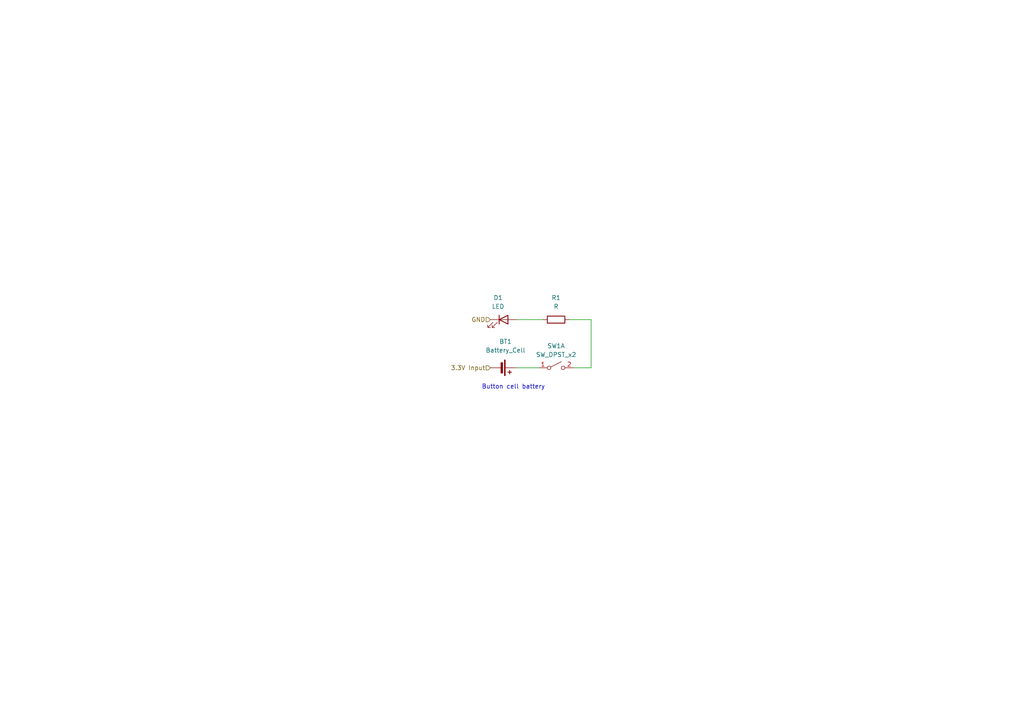
<source format=kicad_sch>
(kicad_sch (version 20230121) (generator eeschema)
  (paper "A4")
  (title_block (date "2023-12-30") (comment 1 "Made By: Casper Tak"))
  (lib_symbols
    (symbol "Device:Battery_Cell" (pin_numbers hide) (pin_names (offset 0) hide)
      (property "Reference" "BT" (at 2.54 2.54 0))
      (property "Value" "Battery_Cell" (at 2.54 0 0))
      (symbol "Battery_Cell_0_1"
        (rectangle (start -2.286 1.778) (end 2.286 1.524) (fill (type outline)))
        (rectangle (start -1.524 1.016) (end 1.524 0.508) (fill (type outline)))
        (polyline (pts (xy 0 0.762) (xy 0 0)))
        (polyline (pts (xy 0 1.778) (xy 0 2.54)))
        (polyline (pts (xy 0.762 3.048) (xy 1.778 3.048)) (stroke (width 0.254)))
        (polyline (pts (xy 1.27 3.556) (xy 1.27 2.54)) (stroke (width 0.254)))
      )
      (symbol "Battery_Cell_1_1"
        (pin passive line (at 0 5.08 270) (length 2.54) (name "+") (number "1"))
        (pin passive line (at 0 -2.54 90) (length 2.54) (name "-") (number "2"))
      )
    )
    (symbol "Device:LED" (pin_numbers hide) (pin_names (offset 1.016) hide)
      (property "Reference" "D" (at 0 2.54 0))
      (property "Value" "LED" (at 0 -2.54 0))
      (symbol "LED_0_1"
        (polyline (pts (xy -1.27 -1.27) (xy -1.27 1.27)) (stroke (width 0.254)))
        (polyline (pts (xy -1.27 0) (xy 1.27 0)))
        (polyline (pts (xy 1.27 -1.27) (xy 1.27 1.27) (xy -1.27 0) (xy 1.27 -1.27)) (stroke (width 0.254)))
        (polyline (pts (xy -3.048 -0.762) (xy -4.572 -2.286) (xy -3.81 -2.286) (xy -4.572 -2.286) (xy -4.572 -1.524)))
        (polyline (pts (xy -1.778 -0.762) (xy -3.302 -2.286) (xy -2.54 -2.286) (xy -3.302 -2.286) (xy -3.302 -1.524)))
      )
      (symbol "LED_1_1"
        (pin passive line (at -3.81 0 0) (length 2.54) (name "K") (number "1"))
        (pin passive line (at 3.81 0 180) (length 2.54) (name "A") (number "2"))
      )
    )
    (symbol "Device:R" (pin_numbers hide) (pin_names (offset 0))
      (property "Reference" "R" (at 2.032 0 90))
      (property "Value" "R" (at 0 0 90))
      (symbol "R_0_1"
        (rectangle (start -1.016 -2.54) (end 1.016 2.54) (stroke (width 0.254)))
      )
      (symbol "R_1_1"
        (pin passive line (at 0 3.81 270) (length 1.27) (name "~") (number "1"))
        (pin passive line (at 0 -3.81 90) (length 1.27) (name "~") (number "2"))
      )
    )
    (symbol "Switch:SW_DPST_x2" (pin_names (offset 0) hide)
      (property "Reference" "SW" (at 0 3.175 0))
      (property "Value" "SW_DPST_x2" (at 0 -2.54 0))
      (symbol "SW_DPST_x2_0_0"
        (circle (center -2.032 0) (radius 0.508))
        (polyline (pts (xy -1.524 0.254) (xy 1.524 1.778)))
        (circle (center 2.032 0) (radius 0.508))
      )
      (symbol "SW_DPST_x2_1_1"
        (pin passive line (at -5.08 0 0) (length 2.54) (name "A") (number "1"))
        (pin passive line (at 5.08 0 180) (length 2.54) (name "B") (number "2"))
      )
      (symbol "SW_DPST_x2_2_1"
        (pin passive line (at -5.08 0 0) (length 2.54) (name "A") (number "3"))
        (pin passive line (at 5.08 0 180) (length 2.54) (name "B") (number "4"))
      )
    )
  )
  (wire (pts (xy 149.86 106.68) (xy 156.21 106.68)))
  (wire (pts (xy 165.1 92.71) (xy 171.45 92.71)))
  (wire (pts (xy 171.45 92.71) (xy 171.45 106.68)))
  (wire (pts (xy 171.45 106.68) (xy 166.37 106.68)))
  (wire (pts (xy 149.86 92.71) (xy 157.48 92.71)))
  (text "Button cell battery" (at 139.7 113.03 0) (effects (font (size 1.27 1.27)) (justify left bottom)))
  (hierarchical_label "3.3V Input" (shape input) (at 142.24 106.68 180))
  (hierarchical_label "GND" (shape input) (at 142.24 92.71 180))
  (symbol (lib_id "Device:LED") (at 146.05 92.71 0) (unit 1)
    (property "Reference" "D1" (at 144.4625 86.36 0))
    (property "Value" "LED" (at 144.4625 88.9 0))
    (property "Footprint" "LED_THT:LED_D5.0mm_Clear" (effects hide))
  )
  (symbol (lib_id "Switch:SW_DPST_x2") (at 161.29 106.68 0) (unit 1)
    (property "Reference" "SW1" (at 161.29 100.33 0))
    (property "Value" "SW_DPST_x2" (at 161.29 102.87 0))
    (property "Footprint" "Button_Switch_THT:SW_Tactile_Straight_KSA0Axx1LFTR" (effects hide))
  )
  (symbol (lib_id "Device:Battery_Cell") (at 144.78 106.68 270) (unit 1)
    (property "Reference" "BT1" (at 146.6215 99.06 90))
    (property "Value" "Battery_Cell" (at 146.6215 101.6 90))
    (property "Footprint" "Battery:BatteryHolder_Keystone_3002_1x2032" (effects hide))
  )
  (symbol (lib_id "Device:R") (at 161.29 92.71 90) (unit 1)
    (property "Reference" "R1" (at 161.29 86.36 90))
    (property "Value" "R" (at 161.29 88.9 90))
    (property "Footprint" "Resistor_THT:R_Axial_DIN0207_L6.3mm_D2.5mm_P10.16mm_Horizontal" (effects hide))
  )
)
</source>
